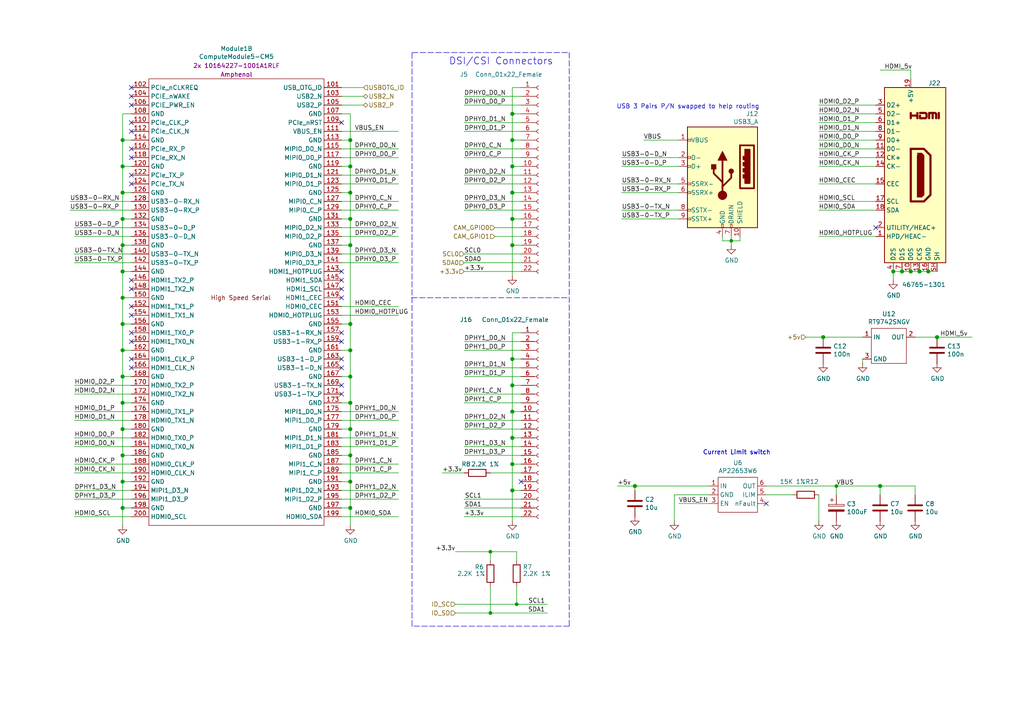
<source format=kicad_sch>
(kicad_sch (version 20250114) (generator "eeschema") (generator_version "9.0")
  (paper "A4")
  (title_block (title "Compute Module 5 IO Board - CM5 - Highspeed") (rev "1") (company "Copyright © 2024 Raspberry Pi Ltd.") (comment 1 "www.raspberrypi.com"))
  (text "USB 3 Pairs P/N swapped to help routing" (at 178.816 31.75 0) (effects (font (size 1.27 1.27)) (justify left bottom)))
  (text "Current Limit switch" (at 223.52 132.08 0) (effects (font (size 1.27 1.27)) (justify right bottom)))
  (text "DSI/CSI Connectors" (at 130.175 19.05 0) (effects (font (size 2.0066 2.0066)) (justify left bottom)))
  (text "Current Limit switch" (at 223.52 132.08 0) (effects (font (size 1.27 1.27)) (justify right bottom)))
  (junction (at 148.59 33.02) (diameter 1.016))
  (junction (at 142.24 160.02))
  (junction (at 35.56 147.32) (diameter 1.016))
  (junction (at 35.56 132.08) (diameter 1.016))
  (junction (at 148.59 119.38) (diameter 1.016))
  (junction (at 101.6 132.08) (diameter 1.016))
  (junction (at 35.56 71.12) (diameter 1.016))
  (junction (at 101.6 55.88) (diameter 1.016))
  (junction (at 255.27 140.97) (diameter 1.016))
  (junction (at 266.7 78.74) (diameter 1.016))
  (junction (at 148.59 142.24) (diameter 1.016))
  (junction (at 148.59 134.62) (diameter 1.016))
  (junction (at 101.6 147.32) (diameter 1.016))
  (junction (at 35.56 40.64) (diameter 1.016))
  (junction (at 148.59 104.14) (diameter 1.016))
  (junction (at 101.6 40.64) (diameter 1.016))
  (junction (at 148.59 55.88) (diameter 1.016))
  (junction (at 35.56 55.88) (diameter 1.016))
  (junction (at 101.6 101.6) (diameter 1.016))
  (junction (at 238.76 97.79) (diameter 1.016))
  (junction (at 101.6 124.46) (diameter 1.016))
  (junction (at 269.24 78.74) (diameter 1.016))
  (junction (at 148.59 48.26) (diameter 1.016))
  (junction (at 149.86 175.26))
  (junction (at 35.56 78.74) (diameter 1.016))
  (junction (at 101.6 116.84) (diameter 1.016))
  (junction (at 148.59 127) (diameter 1.016))
  (junction (at 35.56 48.26) (diameter 1.016))
  (junction (at 101.6 63.5) (diameter 1.016))
  (junction (at 259.08 78.74) (diameter 1.016))
  (junction (at 184.15 140.97) (diameter 1.016))
  (junction (at 142.24 177.8))
  (junction (at 101.6 48.26) (diameter 1.016))
  (junction (at 35.56 139.7) (diameter 1.016))
  (junction (at 101.6 139.7) (diameter 1.016))
  (junction (at 148.59 63.5) (diameter 1.016))
  (junction (at 101.6 93.98) (diameter 1.016))
  (junction (at 35.56 101.6) (diameter 1.016))
  (junction (at 261.62 78.74) (diameter 1.016))
  (junction (at 35.56 116.84) (diameter 1.016))
  (junction (at 35.56 86.36) (diameter 1.016))
  (junction (at 101.6 71.12) (diameter 1.016))
  (junction (at 212.09 69.85))
  (junction (at 101.6 109.22) (diameter 1.016))
  (junction (at 35.56 63.5) (diameter 1.016))
  (junction (at 271.78 97.79) (diameter 1.016))
  (junction (at 264.16 78.74) (diameter 1.016))
  (junction (at 148.59 111.76) (diameter 1.016))
  (junction (at 242.57 140.97))
  (junction (at 35.56 93.98) (diameter 1.016))
  (junction (at 148.59 40.64) (diameter 1.016))
  (junction (at 148.59 71.12) (diameter 1.016))
  (junction (at 35.56 124.46) (diameter 1.016))
  (junction (at 35.56 109.22) (diameter 1.016))
  (no_connect (at 38.1 38.1))
  (no_connect (at 38.1 25.4))
  (no_connect (at 99.06 111.76))
  (no_connect (at 99.06 35.56))
  (no_connect (at 38.1 96.52))
  (no_connect (at 222.25 146.05))
  (no_connect (at 38.1 45.72))
  (no_connect (at 38.1 30.48))
  (no_connect (at 38.1 106.68))
  (no_connect (at 38.1 53.34))
  (no_connect (at 254 66.04))
  (no_connect (at 99.06 83.82))
  (no_connect (at 99.06 86.36))
  (no_connect (at 151.13 139.7))
  (no_connect (at 99.06 99.06))
  (no_connect (at 38.1 81.28))
  (no_connect (at 99.06 104.14))
  (no_connect (at 38.1 50.8))
  (no_connect (at 99.06 78.74))
  (no_connect (at 38.1 43.18))
  (no_connect (at 38.1 104.14))
  (no_connect (at 99.06 114.3))
  (no_connect (at 99.06 96.52))
  (no_connect (at 38.1 91.44))
  (no_connect (at 99.06 106.68))
  (no_connect (at 99.06 81.28))
  (no_connect (at 38.1 99.06))
  (no_connect (at 38.1 83.82))
  (no_connect (at 38.1 88.9))
  (no_connect (at 38.1 35.56))
  (no_connect (at 38.1 27.94))
  (wire (pts (xy 134.62 109.22) (xy 151.13 109.22)))
  (wire (pts (xy 99.06 144.78) (xy 115.57 144.78)))
  (wire (pts (xy 21.59 111.76) (xy 38.1 111.76)))
  (wire (pts (xy 21.59 142.24) (xy 38.1 142.24)))
  (wire (pts (xy 261.62 78.74) (xy 264.16 78.74)))
  (wire (pts (xy 179.07 140.97) (xy 184.15 140.97)))
  (wire (pts (xy 148.59 40.64) (xy 148.59 48.26)))
  (wire (pts (xy 99.06 38.1) (xy 115.57 38.1)))
  (wire (pts (xy 35.56 63.5) (xy 35.56 71.12)))
  (wire (pts (xy 35.56 139.7) (xy 35.56 147.32)))
  (wire (pts (xy 222.25 143.51) (xy 229.87 143.51)))
  (wire (pts (xy 35.56 33.02) (xy 35.56 40.64)))
  (wire (pts (xy 35.56 86.36) (xy 35.56 93.98)))
  (wire (pts (xy 237.49 68.58) (xy 254 68.58)))
  (wire (pts (xy 21.59 119.38) (xy 38.1 119.38)))
  (wire (pts (xy 35.56 71.12) (xy 35.56 78.74)))
  (wire (pts (xy 35.56 101.6) (xy 35.56 109.22)))
  (wire (pts (xy 101.6 48.26) (xy 101.6 40.64)))
  (wire (pts (xy 134.62 132.08) (xy 151.13 132.08)))
  (wire (pts (xy 99.06 30.48) (xy 105.41 30.48)))
  (wire (pts (xy 35.56 86.36) (xy 38.1 86.36)))
  (wire (pts (xy 148.59 104.14) (xy 148.59 111.76)))
  (wire (pts (xy 148.59 63.5) (xy 151.13 63.5)))
  (wire (pts (xy 148.59 33.02) (xy 148.59 40.64)))
  (wire (pts (xy 35.56 109.22) (xy 35.56 116.84)))
  (wire (pts (xy 35.56 48.26) (xy 35.56 55.88)))
  (wire (pts (xy 35.56 132.08) (xy 38.1 132.08)))
  (wire (pts (xy 101.6 71.12) (xy 101.6 63.5)))
  (wire (pts (xy 238.76 97.79) (xy 250.19 97.79)))
  (wire (pts (xy 237.49 53.34) (xy 254 53.34)))
  (wire (pts (xy 99.06 119.38) (xy 115.57 119.38)))
  (wire (pts (xy 266.7 78.74) (xy 269.24 78.74)))
  (polyline (pts (xy 165.1 15.24) (xy 165.1 181.61)) (stroke (width 0) (type dash)))
  (wire (pts (xy 132.08 177.8) (xy 142.24 177.8)))
  (wire (pts (xy 35.56 109.22) (xy 38.1 109.22)))
  (wire (pts (xy 38.1 147.32) (xy 35.56 147.32)))
  (wire (pts (xy 148.59 55.88) (xy 148.59 63.5)))
  (wire (pts (xy 142.24 160.02) (xy 149.86 160.02)))
  (wire (pts (xy 99.06 101.6) (xy 101.6 101.6)))
  (wire (pts (xy 265.43 97.79) (xy 271.78 97.79)))
  (wire (pts (xy 148.59 48.26) (xy 151.13 48.26)))
  (wire (pts (xy 35.56 55.88) (xy 35.56 63.5)))
  (wire (pts (xy 132.08 160.02) (xy 142.24 160.02)))
  (wire (pts (xy 21.59 114.3) (xy 38.1 114.3)))
  (wire (pts (xy 237.49 60.96) (xy 254 60.96)))
  (wire (pts (xy 142.24 170.18) (xy 142.24 177.8)))
  (wire (pts (xy 180.34 63.5) (xy 196.85 63.5)))
  (wire (pts (xy 99.06 40.64) (xy 101.6 40.64)))
  (wire (pts (xy 134.62 99.06) (xy 151.13 99.06)))
  (wire (pts (xy 151.13 73.66) (xy 134.62 73.66)))
  (wire (pts (xy 21.59 73.66) (xy 38.1 73.66)))
  (wire (pts (xy 21.59 127) (xy 38.1 127)))
  (wire (pts (xy 21.59 66.04) (xy 38.1 66.04)))
  (wire (pts (xy 142.24 160.02) (xy 142.24 162.56)))
  (wire (pts (xy 101.6 124.46) (xy 101.6 132.08)))
  (wire (pts (xy 148.59 96.52) (xy 148.59 104.14)))
  (wire (pts (xy 195.58 143.51) (xy 195.58 151.13)))
  (wire (pts (xy 99.06 149.86) (xy 115.57 149.86)))
  (wire (pts (xy 149.86 160.02) (xy 149.86 162.56)))
  (wire (pts (xy 196.85 146.05) (xy 205.74 146.05)))
  (wire (pts (xy 237.49 43.18) (xy 254 43.18)))
  (wire (pts (xy 101.6 116.84) (xy 101.6 124.46)))
  (wire (pts (xy 134.62 114.3) (xy 151.13 114.3)))
  (wire (pts (xy 21.59 129.54) (xy 38.1 129.54)))
  (wire (pts (xy 21.59 76.2) (xy 38.1 76.2)))
  (wire (pts (xy 101.6 147.32) (xy 101.6 152.4)))
  (wire (pts (xy 99.06 50.8) (xy 115.57 50.8)))
  (wire (pts (xy 255.27 143.51) (xy 255.27 140.97)))
  (wire (pts (xy 99.06 76.2) (xy 115.57 76.2)))
  (wire (pts (xy 271.78 97.79) (xy 281.94 97.79)))
  (wire (pts (xy 99.06 132.08) (xy 101.6 132.08)))
  (wire (pts (xy 259.08 78.74) (xy 259.08 81.28)))
  (wire (pts (xy 148.59 119.38) (xy 148.59 127)))
  (wire (pts (xy 237.49 40.64) (xy 254 40.64)))
  (wire (pts (xy 99.06 88.9) (xy 115.57 88.9)))
  (wire (pts (xy 237.49 143.51) (xy 237.49 151.13)))
  (wire (pts (xy 250.19 104.14) (xy 250.19 105.41)))
  (wire (pts (xy 205.74 143.51) (xy 195.58 143.51)))
  (wire (pts (xy 180.34 45.72) (xy 196.85 45.72)))
  (wire (pts (xy 142.24 137.16) (xy 151.13 137.16)))
  (wire (pts (xy 35.56 63.5) (xy 38.1 63.5)))
  (wire (pts (xy 180.34 55.88) (xy 196.85 55.88)))
  (wire (pts (xy 143.51 68.58) (xy 151.13 68.58)))
  (wire (pts (xy 148.59 134.62) (xy 151.13 134.62)))
  (wire (pts (xy 99.06 48.26) (xy 101.6 48.26)))
  (wire (pts (xy 134.62 58.42) (xy 151.13 58.42)))
  (wire (pts (xy 134.62 35.56) (xy 151.13 35.56)))
  (wire (pts (xy 151.13 147.32) (xy 134.62 147.32)))
  (wire (pts (xy 134.62 106.68) (xy 151.13 106.68)))
  (wire (pts (xy 101.6 93.98) (xy 101.6 101.6)))
  (wire (pts (xy 209.55 68.58) (xy 209.55 69.85)))
  (wire (pts (xy 134.62 53.34) (xy 151.13 53.34)))
  (wire (pts (xy 134.62 38.1) (xy 151.13 38.1)))
  (wire (pts (xy 35.56 116.84) (xy 35.56 124.46)))
  (wire (pts (xy 35.56 40.64) (xy 38.1 40.64)))
  (polyline (pts (xy 119.38 86.36) (xy 165.1 86.36)) (stroke (width 0) (type dash)))
  (wire (pts (xy 38.1 139.7) (xy 35.56 139.7)))
  (wire (pts (xy 180.34 53.34) (xy 196.85 53.34)))
  (wire (pts (xy 151.13 149.86) (xy 134.62 149.86)))
  (wire (pts (xy 99.06 73.66) (xy 115.57 73.66)))
  (wire (pts (xy 148.59 111.76) (xy 148.59 119.38)))
  (wire (pts (xy 222.25 140.97) (xy 242.57 140.97)))
  (wire (pts (xy 99.06 45.72) (xy 115.57 45.72)))
  (wire (pts (xy 242.57 140.97) (xy 255.27 140.97)))
  (wire (pts (xy 21.59 134.62) (xy 38.1 134.62)))
  (wire (pts (xy 184.15 140.97) (xy 205.74 140.97)))
  (wire (pts (xy 134.62 129.54) (xy 151.13 129.54)))
  (wire (pts (xy 237.49 38.1) (xy 254 38.1)))
  (wire (pts (xy 148.59 127) (xy 151.13 127)))
  (wire (pts (xy 148.59 25.4) (xy 148.59 33.02)))
  (wire (pts (xy 264.16 78.74) (xy 266.7 78.74)))
  (wire (pts (xy 212.09 69.85) (xy 214.63 69.85)))
  (wire (pts (xy 35.56 124.46) (xy 38.1 124.46)))
  (wire (pts (xy 142.24 177.8) (xy 158.75 177.8)))
  (wire (pts (xy 233.68 97.79) (xy 238.76 97.79)))
  (wire (pts (xy 99.06 68.58) (xy 115.57 68.58)))
  (wire (pts (xy 99.06 55.88) (xy 101.6 55.88)))
  (wire (pts (xy 148.59 71.12) (xy 151.13 71.12)))
  (wire (pts (xy 148.59 142.24) (xy 148.59 151.13)))
  (wire (pts (xy 99.06 58.42) (xy 115.57 58.42)))
  (wire (pts (xy 148.59 119.38) (xy 151.13 119.38)))
  (wire (pts (xy 99.06 116.84) (xy 101.6 116.84)))
  (wire (pts (xy 99.06 93.98) (xy 101.6 93.98)))
  (wire (pts (xy 148.59 71.12) (xy 148.59 80.01)))
  (wire (pts (xy 101.6 139.7) (xy 101.6 147.32)))
  (wire (pts (xy 101.6 55.88) (xy 101.6 48.26)))
  (wire (pts (xy 214.63 69.85) (xy 214.63 68.58)))
  (wire (pts (xy 148.59 134.62) (xy 148.59 142.24)))
  (wire (pts (xy 134.62 60.96) (xy 151.13 60.96)))
  (wire (pts (xy 99.06 134.62) (xy 115.57 134.62)))
  (wire (pts (xy 99.06 91.44) (xy 115.57 91.44)))
  (wire (pts (xy 134.62 121.92) (xy 151.13 121.92)))
  (wire (pts (xy 151.13 78.74) (xy 134.62 78.74)))
  (wire (pts (xy 99.06 66.04) (xy 115.57 66.04)))
  (wire (pts (xy 237.49 30.48) (xy 254 30.48)))
  (wire (pts (xy 134.62 27.94) (xy 151.13 27.94)))
  (wire (pts (xy 151.13 96.52) (xy 148.59 96.52)))
  (wire (pts (xy 101.6 109.22) (xy 101.6 116.84)))
  (wire (pts (xy 99.06 43.18) (xy 115.57 43.18)))
  (wire (pts (xy 35.56 93.98) (xy 38.1 93.98)))
  (wire (pts (xy 35.56 116.84) (xy 38.1 116.84)))
  (wire (pts (xy 134.62 50.8) (xy 151.13 50.8)))
  (wire (pts (xy 99.06 63.5) (xy 101.6 63.5)))
  (wire (pts (xy 38.1 33.02) (xy 35.56 33.02)))
  (polyline (pts (xy 119.507 15.24) (xy 165.1 15.24)) (stroke (width 0) (type dash)))
  (wire (pts (xy 21.59 144.78) (xy 38.1 144.78)))
  (wire (pts (xy 99.06 142.24) (xy 115.57 142.24)))
  (wire (pts (xy 151.13 144.78) (xy 134.62 144.78)))
  (wire (pts (xy 148.59 40.64) (xy 151.13 40.64)))
  (wire (pts (xy 264.16 20.32) (xy 264.16 22.86)))
  (wire (pts (xy 255.27 140.97) (xy 265.43 140.97)))
  (wire (pts (xy 35.56 71.12) (xy 38.1 71.12)))
  (wire (pts (xy 35.56 124.46) (xy 35.56 132.08)))
  (wire (pts (xy 99.06 60.96) (xy 115.57 60.96)))
  (wire (pts (xy 99.06 127) (xy 115.57 127)))
  (wire (pts (xy 180.34 48.26) (xy 196.85 48.26)))
  (wire (pts (xy 242.57 140.97) (xy 242.57 143.51)))
  (wire (pts (xy 149.86 175.26) (xy 158.75 175.26)))
  (wire (pts (xy 35.56 101.6) (xy 38.1 101.6)))
  (wire (pts (xy 148.59 33.02) (xy 151.13 33.02)))
  (wire (pts (xy 20.32 60.96) (xy 38.1 60.96)))
  (wire (pts (xy 269.24 78.74) (xy 271.78 78.74)))
  (wire (pts (xy 209.55 69.85) (xy 212.09 69.85)))
  (wire (pts (xy 180.34 60.96) (xy 196.85 60.96)))
  (wire (pts (xy 99.06 124.46) (xy 101.6 124.46)))
  (wire (pts (xy 148.59 104.14) (xy 151.13 104.14)))
  (wire (pts (xy 35.56 55.88) (xy 38.1 55.88)))
  (wire (pts (xy 132.08 175.26) (xy 149.86 175.26)))
  (wire (pts (xy 21.59 149.86) (xy 38.1 149.86)))
  (wire (pts (xy 134.62 30.48) (xy 151.13 30.48)))
  (wire (pts (xy 99.06 109.22) (xy 101.6 109.22)))
  (wire (pts (xy 151.13 25.4) (xy 148.59 25.4)))
  (wire (pts (xy 149.86 170.18) (xy 149.86 175.26)))
  (wire (pts (xy 237.49 45.72) (xy 254 45.72)))
  (wire (pts (xy 143.51 66.04) (xy 151.13 66.04)))
  (wire (pts (xy 99.06 53.34) (xy 115.57 53.34)))
  (wire (pts (xy 259.08 78.74) (xy 261.62 78.74)))
  (wire (pts (xy 255.27 20.32) (xy 264.16 20.32)))
  (wire (pts (xy 35.56 132.08) (xy 35.56 139.7)))
  (wire (pts (xy 134.62 101.6) (xy 151.13 101.6)))
  (wire (pts (xy 99.06 129.54) (xy 115.57 129.54)))
  (wire (pts (xy 99.06 27.94) (xy 105.41 27.94)))
  (wire (pts (xy 20.32 58.42) (xy 38.1 58.42)))
  (wire (pts (xy 101.6 40.64) (xy 101.6 33.02)))
  (wire (pts (xy 128.27 137.16) (xy 134.62 137.16)))
  (wire (pts (xy 148.59 48.26) (xy 148.59 55.88)))
  (wire (pts (xy 101.6 63.5) (xy 101.6 55.88)))
  (wire (pts (xy 212.09 69.85) (xy 212.09 71.12)))
  (wire (pts (xy 151.13 76.2) (xy 134.62 76.2)))
  (wire (pts (xy 237.49 58.42) (xy 254 58.42)))
  (wire (pts (xy 212.09 68.58) (xy 212.09 69.85)))
  (wire (pts (xy 35.56 78.74) (xy 38.1 78.74)))
  (wire (pts (xy 101.6 132.08) (xy 101.6 139.7)))
  (wire (pts (xy 35.56 48.26) (xy 38.1 48.26)))
  (wire (pts (xy 99.06 121.92) (xy 115.57 121.92)))
  (wire (pts (xy 101.6 71.12) (xy 101.6 93.98)))
  (wire (pts (xy 134.62 43.18) (xy 151.13 43.18)))
  (wire (pts (xy 35.56 93.98) (xy 35.56 101.6)))
  (wire (pts (xy 148.59 142.24) (xy 151.13 142.24)))
  (wire (pts (xy 99.06 71.12) (xy 101.6 71.12)))
  (polyline (pts (xy 119.507 181.61) (xy 119.507 15.24)) (stroke (width 0) (type dash)))
  (wire (pts (xy 21.59 68.58) (xy 38.1 68.58)))
  (wire (pts (xy 184.15 142.24) (xy 184.15 140.97)))
  (wire (pts (xy 186.69 40.64) (xy 196.85 40.64)))
  (wire (pts (xy 101.6 33.02) (xy 99.06 33.02)))
  (wire (pts (xy 148.59 63.5) (xy 148.59 71.12)))
  (wire (pts (xy 101.6 101.6) (xy 101.6 109.22)))
  (wire (pts (xy 21.59 121.92) (xy 38.1 121.92)))
  (wire (pts (xy 35.56 78.74) (xy 35.56 86.36)))
  (wire (pts (xy 35.56 147.32) (xy 35.56 152.4)))
  (wire (pts (xy 148.59 127) (xy 148.59 134.62)))
  (wire (pts (xy 99.06 147.32) (xy 101.6 147.32)))
  (wire (pts (xy 134.62 116.84) (xy 151.13 116.84)))
  (wire (pts (xy 265.43 140.97) (xy 265.43 143.51)))
  (wire (pts (xy 35.56 40.64) (xy 35.56 48.26)))
  (wire (pts (xy 148.59 55.88) (xy 151.13 55.88)))
  (wire (pts (xy 99.06 139.7) (xy 101.6 139.7)))
  (wire (pts (xy 237.49 33.02) (xy 254 33.02)))
  (wire (pts (xy 148.59 111.76) (xy 151.13 111.76)))
  (wire (pts (xy 21.59 137.16) (xy 38.1 137.16)))
  (wire (pts (xy 237.49 35.56) (xy 254 35.56)))
  (polyline (pts (xy 165.1 181.61) (xy 119.38 181.61)) (stroke (width 0) (type dash)))
  (wire (pts (xy 237.49 48.26) (xy 254 48.26)))
  (wire (pts (xy 134.62 124.46) (xy 151.13 124.46)))
  (wire (pts (xy 99.06 137.16) (xy 115.57 137.16)))
  (wire (pts (xy 134.62 45.72) (xy 151.13 45.72)))
  (wire (pts (xy 105.41 25.4) (xy 99.06 25.4)))
  (label "HDMI0_D1_N" (at 21.59 121.92 0))
  (label "DPHY1_D3_P" (at 21.59 144.78 0))
  (label "DPHY0_D1_P" (at 114.935 53.34 180))
  (label "USB3-0-TX_N" (at 180.34 60.96 0))
  (label "DPHY0_D2_N" (at 134.62 50.8 0))
  (label "HDMI0_CK_N" (at 237.49 48.26 0))
  (label "VBUS_EN" (at 102.87 38.1 0))
  (label "HDMI0_D2_N" (at 237.49 33.02 0))
  (label "HDMI0_D1_N" (at 237.49 38.1 0))
  (label "SDA0" (at 134.62 76.2 0))
  (label "DPHY0_D0_P" (at 114.935 45.72 180))
  (label "+3.3v" (at 132.08 160.02 180))
  (label "DPHY1_D1_P" (at 134.62 109.22 0))
  (label "HDMI0_D0_P" (at 237.49 40.64 0))
  (label "DPHY1_C_N" (at 102.87 134.62 0))
  (label "DPHY1_C_N" (at 134.62 114.3 0))
  (label "USB3-0-RX_P" (at 180.34 55.88 0))
  (label "DPHY0_D0_N" (at 134.62 27.94 0))
  (label "DPHY1_D3_N" (at 134.62 129.54 0))
  (label "USB3-0-D_N" (at 21.59 68.58 0))
  (label "SCL0" (at 134.62 73.66 0))
  (label "HDMI0_D2_P" (at 21.59 111.76 0))
  (label "USB3-0-RX_N" (at 180.34 53.34 0))
  (label "DPHY1_D2_N" (at 102.87 142.24 0))
  (label "+3.3v" (at 134.62 78.74 0))
  (label "USB3-0-D_P" (at 180.34 48.26 0))
  (label "SCL1" (at 139.7 144.78 180))
  (label "USB3-0-TX_N" (at 21.59 73.66 0))
  (label "VBUS_EN" (at 196.85 146.05 0))
  (label "+5v" (at 179.07 140.97 0))
  (label "HDMI0_CK_P" (at 21.59 134.62 0))
  (label "USB3-0-TX_P" (at 21.59 76.2 0))
  (label "DPHY0_D3_P" (at 114.935 76.2 180))
  (label "DPHY1_D2_P" (at 134.62 124.46 0))
  (label "DPHY1_D0_P" (at 134.62 101.6 0))
  (label "USB3-0-RX_N" (at 20.32 58.42 0))
  (label "DPHY0_D0_P" (at 134.62 30.48 0))
  (label "DPHY0_C_P" (at 102.87 60.96 0))
  (label "DPHY1_C_P" (at 102.87 137.16 0))
  (label "HDMI0_CK_N" (at 21.59 137.16 0))
  (label "HDMI0_CEC" (at 102.87 88.9 0))
  (label "HDMI0_D2_N" (at 21.59 114.3 0))
  (label "HDMI0_D0_N" (at 237.49 43.18 0))
  (label "DPHY1_D3_P" (at 134.62 132.08 0))
  (label "HDMI0_HOTPLUG" (at 237.49 68.58 0))
  (label "DPHY1_D1_N" (at 114.935 127 180))
  (label "DPHY1_D0_N" (at 134.62 99.06 0))
  (label "DPHY0_D2_N" (at 102.87 66.04 0))
  (label "HDMI0_D1_P" (at 21.59 119.38 0))
  (label "DPHY0_D3_N" (at 114.935 73.66 180))
  (label "HDMI0_D0_P" (at 21.59 127 0))
  (label "DPHY0_C_N" (at 134.62 43.18 0))
  (label "DPHY1_D2_N" (at 134.62 121.92 0))
  (label "DPHY0_D2_P" (at 102.87 68.58 0))
  (label "DPHY0_D2_P" (at 134.62 53.34 0))
  (label "HDMI0_D2_P" (at 237.49 30.48 0))
  (label "DPHY0_D1_N" (at 114.935 50.8 180))
  (label "DPHY0_D3_P" (at 134.62 60.96 0))
  (label "DPHY0_D1_N" (at 134.62 35.56 0))
  (label "HDMI_5v" (at 280.67 97.79 180))
  (label "DPHY0_D3_N" (at 134.62 58.42 0))
  (label "VBUS" (at 242.57 140.97 0))
  (label "USB3-0-D_P" (at 21.59 66.04 0))
  (label "VBUS" (at 186.69 40.64 0))
  (label "HDMI0_SCL" (at 21.59 149.86 0))
  (label "DPHY1_D0_N" (at 114.935 119.38 180))
  (label "DPHY1_D0_P" (at 114.935 121.92 180))
  (label "DPHY0_D1_P" (at 134.62 38.1 0))
  (label "HDMI0_CK_P" (at 237.49 45.72 0))
  (label "DPHY1_D1_N" (at 134.62 106.68 0))
  (label "SDA1" (at 139.7 147.32 180))
  (label "DPHY1_D2_P" (at 102.87 144.78 0))
  (label "USB3-0-RX_P" (at 20.32 60.96 0))
  (label "DPHY1_D1_P" (at 114.935 129.54 180))
  (label "HDMI0_HOTPLUG" (at 102.87 91.44 0))
  (label "HDMI0_CEC" (at 237.49 53.34 0))
  (label "DPHY0_D0_N" (at 114.935 43.18 180))
  (label "HDMI0_SDA" (at 237.49 60.96 0))
  (label "DPHY0_C_P" (at 134.62 45.72 0))
  (label "HDMI0_D1_P" (at 237.49 35.56 0))
  (label "+3.3v" (at 134.62 149.86 0))
  (label "USB3-0-D_N" (at 180.34 45.72 0))
  (label "SCL1" (at 158.115 175.26 180))
  (label "SDA1" (at 158.115 177.8 180))
  (label "HDMI0_SCL" (at 237.49 58.42 0))
  (label "HDMI0_D0_N" (at 21.59 129.54 0))
  (label "HDMI0_SDA" (at 102.87 149.86 0))
  (label "DPHY1_C_P" (at 134.62 116.84 0))
  (label "HDMI_5v" (at 256.54 20.32 0))
  (label "+3.3v" (at 128.27 137.16 0))
  (label "DPHY0_C_N" (at 102.87 58.42 0))
  (label "DPHY1_D3_N" (at 21.59 142.24 0))
  (label "USB3-0-TX_P" (at 180.34 63.5 0))
  (hierarchical_label "USBOTG_ID" (shape input) (at 105.41 25.4 0))
  (hierarchical_label "CAM_GPIO0" (shape input) (at 143.51 66.04 180))
  (hierarchical_label "+5v" (shape input) (at 233.68 97.79 180))
  (hierarchical_label "SCL0" (shape input) (at 134.62 73.66 180))
  (hierarchical_label "ID_SC" (shape input) (at 132.08 175.26 180))
  (hierarchical_label "+3.3v" (shape input) (at 134.62 78.74 180))
  (hierarchical_label "USB2_P" (shape bidirectional) (at 105.41 30.48 0))
  (hierarchical_label "USB2_N" (shape bidirectional) (at 105.41 27.94 0))
  (hierarchical_label "ID_SD" (shape input) (at 132.08 177.8 180))
  (hierarchical_label "CAM_GPIO1" (shape input) (at 143.51 68.58 180))
  (hierarchical_label "SDA0" (shape input) (at 134.62 76.2 180))
  (symbol (lib_id "power:GND") (at 259.08 81.28 0) (unit 1)
    (property "Reference" "#PWR0128" (effects (hide yes)))
    (property "Value" "GND" (at 259.207 85.6742 0))
    (property "Description" "Power symbol creates a global label with name \"GND\" , ground" (effects (hide yes)))
  )
  (symbol (lib_id "power:GND") (at 101.6 152.4 0) (unit 1)
    (property "Reference" "#PWR0130" (effects (hide yes)))
    (property "Value" "GND" (at 101.727 156.7942 0))
    (property "Description" "Power symbol creates a global label with name \"GND\" , ground" (effects (hide yes)))
  )
  (symbol (lib_id "power:GND") (at 35.56 152.4 0) (unit 1)
    (property "Reference" "#PWR0131" (effects (hide yes)))
    (property "Value" "GND" (at 35.687 156.7942 0))
    (property "Description" "Power symbol creates a global label with name \"GND\" , ground" (effects (hide yes)))
  )
  (symbol (lib_id "power:GND") (at 148.59 80.01 0) (unit 1)
    (property "Reference" "#PWR0134" (effects (hide yes)))
    (property "Value" "GND" (at 148.717 84.4042 0))
    (property "Description" "Power symbol creates a global label with name \"GND\" , ground" (effects (hide yes)))
  )
  (symbol (lib_id "power:GND") (at 148.59 151.13 0) (unit 1)
    (property "Reference" "#PWR0135" (effects (hide yes)))
    (property "Value" "GND" (at 148.717 155.5242 0))
    (property "Description" "Power symbol creates a global label with name \"GND\" , ground" (effects (hide yes)))
  )
  (symbol (lib_id "Device:R") (at 142.24 166.37 0) (unit 1)
    (property "Reference" "R6" (at 137.668 164.465 0) (effects (justify left)))
    (property "Value" "2.2K 1%" (at 132.588 166.37 0) (effects (justify left)))
    (property "Footprint" "Resistor_SMD:R_0402_1005Metric" (effects (hide yes)))
    (property "Datasheet" "https://fscdn.rohm.com/en/products/databook/datasheet/passive/resistor/chip_resistor/mcr-e.pdf" (effects (hide yes)))
    (property "Field4" "Farnell" (effects (hide yes)))
    (property "Part Description" "Resistor 2.2K M1005 1% 63mW" (effects (hide yes)))
  )
  (symbol (lib_id "Device:R") (at 149.86 166.37 0) (unit 1)
    (property "Reference" "R7" (at 151.638 164.465 0) (effects (justify left)))
    (property "Value" "2.2K 1%" (at 151.638 166.37 0) (effects (justify left)))
    (property "Footprint" "Resistor_SMD:R_0402_1005Metric" (effects (hide yes)))
    (property "Datasheet" "https://fscdn.rohm.com/en/products/databook/datasheet/passive/resistor/chip_resistor/mcr-e.pdf" (effects (hide yes)))
    (property "Field4" "Farnell" (effects (hide yes)))
    (property "Part Description" "Resistor 2.2K M1005 1% 63mW" (effects (hide yes)))
  )
  (symbol (lib_id "Connector:Conn_01x22_Socket") (at 156.21 50.8 0) (unit 1)
    (property "Reference" "J5" (at 133.35 21.59 0) (effects (justify left)))
    (property "Value" "Conn_01x22_Female" (at 137.795 21.59 0) (effects (justify left)))
    (property "Footprint" "CM5IO:Hirose_FH12-22S-0.5SH_1x22-1MP_P0.50mm_Horizontal" (effects (hide yes)))
    (property "Datasheet" "https://www.hirose.com/product/document?clcode=&productname=&series=FH12&documenttype=Catalog&lang=en&documentid=D31648_en" (effects (hide yes)))
    (property "Field4" "Mouser" (effects (hide yes)))
    (property "Field5" "798-FH12-22S-0.5SH55" (effects (hide yes)))
    (property "Field6" "FH12-22S-0.5SH55" (effects (hide yes)))
    (property "Field7" "Hirose" (effects (hide yes)))
    (property "Part Description" "22 Position FFC, FPC Connector Contacts, Bottom 0.020\" (0.50mm) Surface Mount, Right Angle" (effects (hide yes)))
  )
  (symbol (lib_id "Connector:Conn_01x22_Socket") (at 156.21 121.92 0) (unit 1)
    (property "Reference" "J16" (at 133.35 92.71 0) (effects (justify left)))
    (property "Value" "Conn_01x22_Female" (at 139.7 92.71 0) (effects (justify left)))
    (property "Footprint" "CM5IO:Hirose_FH12-22S-0.5SH_1x22-1MP_P0.50mm_Horizontal" (effects (hide yes)))
    (property "Datasheet" "https://www.hirose.com/product/document?clcode=&productname=&series=FH12&documenttype=Catalog&lang=en&documentid=D31648_en" (effects (hide yes)))
    (property "Field4" "Mouser" (effects (hide yes)))
    (property "Field5" "798-FH12-22S-0.5SH55" (effects (hide yes)))
    (property "Field6" "FH12-22S-0.5SH55" (effects (hide yes)))
    (property "Field7" "Hirose" (effects (hide yes)))
    (property "Part Description" "22 Position FFC, FPC Connector Contacts, Bottom 0.020\" (0.50mm) Surface Mount, Right Angle" (effects (hide yes)))
  )
  (symbol (lib_id "Connector:HDMI_D_1.4") (at 264.16 50.8 0) (unit 1)
    (property "Reference" "J22" (at 269.24 24.13 0) (effects (justify left)))
    (property "Value" "46765-1301" (at 261.62 82.55 0) (effects (justify left)))
    (property "Footprint" "CM5IO:CONN_467651301_MOL" (effects (hide yes)))
    (property "Datasheet" "https://www.farnell.com/datasheets/2079986.pdf" (effects (hide yes)))
    (property "Description" "HDMI 1.4+ type D connector" (effects (hide yes)))
    (property "Field4" "Farnell" (effects (hide yes)))
    (property "Field5" "2614867" (effects (hide yes)))
    (property "Field6" "46765-1301" (effects (hide yes)))
    (property "Field7" "MOLEX" (effects (hide yes)))
    (property "Part Description" "0.40mm Pitch Micro HDMI Connector, Right-Angle Receptacle, Surface Mount, with Through Hole Shell Tabs and Pick-and-Place Polyimide Tape, 19 Circuits, Lead-Free " (effects (hide yes)))
  )
  (symbol (lib_id "Device:C") (at 271.78 101.6 0) (unit 1)
    (property "Reference" "C13" (at 274.701 100.4316 0) (effects (justify left)))
    (property "Value" "100n" (at 274.701 102.743 0) (effects (justify left)))
    (property "Footprint" "Capacitor_SMD:C_0402_1005Metric" (effects (hide yes)))
    (property "Datasheet" "https://search.murata.co.jp/Ceramy/image/img/A01X/G101/ENG/GRM155R71C104KA88-01.pdf" (effects (hide yes)))
    (property "Field4" "Farnell" (effects (hide yes)))
    (property "Field5" "2611911" (effects (hide yes)))
    (property "Field6" "RM EMK105 B7104KV-F" (effects (hide yes)))
    (property "Field7" "TAIYO YUDEN EUROPE GMBH" (effects (hide yes)))
    (property "Part Description" "	0.1uF 10% 16V Ceramic Capacitor X7R 0402 (1005 Metric)" (effects (hide yes)))
    (property "Field8" "110091611" (effects (hide yes)))
  )
  (symbol (lib_id "Device:C") (at 238.76 101.6 0) (unit 1)
    (property "Reference" "C12" (at 241.681 100.4316 0) (effects (justify left)))
    (property "Value" "100n" (at 241.681 102.743 0) (effects (justify left)))
    (property "Footprint" "Capacitor_SMD:C_0402_1005Metric" (effects (hide yes)))
    (property "Datasheet" "https://search.murata.co.jp/Ceramy/image/img/A01X/G101/ENG/GRM155R71C104KA88-01.pdf" (effects (hide yes)))
    (property "Field4" "Farnell" (effects (hide yes)))
    (property "Field5" "2611911" (effects (hide yes)))
    (property "Field6" "RM EMK105 B7104KV-F" (effects (hide yes)))
    (property "Field7" "TAIYO YUDEN EUROPE GMBH" (effects (hide yes)))
    (property "Part Description" "	0.1uF 10% 16V Ceramic Capacitor X7R 0402 (1005 Metric)" (effects (hide yes)))
    (property "Field8" "110091611" (effects (hide yes)))
  )
  (symbol (lib_id "CM5IO:RT9742SNGV") (at 255.27 101.6 0) (unit 1)
    (property "Reference" "U12" (at 257.81 91.059 0))
    (property "Value" "RT9742SNGV" (at 257.81 93.3704 0))
    (property "Footprint" "Package_TO_SOT_SMD:TSOT-23_HandSoldering" (effects (hide yes)))
    (property "Datasheet" "https://www.richtek.com/assets/product_file/RT9742/DS9742-10.pdf" (effects (hide yes)))
    (property "Field4" "Farnell" (effects (hide yes)))
    (property "Field5" "2575555" (effects (hide yes)))
    (property "Field6" "RT9742SNGV" (effects (hide yes)))
    (property "Field7" "RichTek" (effects (hide yes)))
    (property "Part Description" "Power Switch/Driver 1:1 N-Channel 500mA SOT-23-3" (effects (hide yes)))
    (property "Field8" "USWI00155" (effects (hide yes)))
  )
  (symbol (lib_id "power:GND") (at 271.78 105.41 0) (unit 1)
    (property "Reference" "#PWR0136" (effects (hide yes)))
    (property "Value" "GND" (at 271.907 109.8042 0))
    (property "Description" "Power symbol creates a global label with name \"GND\" , ground" (effects (hide yes)))
  )
  (symbol (lib_id "power:GND") (at 238.76 105.41 0) (unit 1)
    (property "Reference" "#PWR0137" (effects (hide yes)))
    (property "Value" "GND" (at 238.887 109.8042 0))
    (property "Description" "Power symbol creates a global label with name \"GND\" , ground" (effects (hide yes)))
  )
  (symbol (lib_id "power:GND") (at 250.19 105.41 0) (unit 1)
    (property "Reference" "#PWR0138" (effects (hide yes)))
    (property "Value" "GND" (at 250.317 109.8042 0))
    (property "Description" "Power symbol creates a global label with name \"GND\" , ground" (effects (hide yes)))
  )
  (symbol (lib_id "CM5IO:ComputeModule5-CM5") (at -71.12 86.36 0) (unit 2)
    (property "Reference" "Module1" (at 68.58 14.097 0))
    (property "Value" "ComputeModule5-CM5" (at 68.58 16.4084 0))
    (property "Footprint" "CM5IO:Raspberry-Pi-5-Compute-Module" (effects (hide yes)))
    (property "Description" "RaspberryPi Compute module 5" (effects (hide yes)))
    (property "Field4" "Amphenol" (at 68.58 21.59 0))
    (property "Field5" "2x 10164227-1001A1RLF" (at 68.58 19.05 0))
    (property "Field6" "2x 10164227-1001A1RLF" (effects (hide yes)))
    (property "Field7" "Hirose" (effects (hide yes)))
    (property "Part Description" "	100 Position Connector Receptacle, Center Strip Contacts Surface Mount Gold" (effects (hide yes)))
  )
  (symbol (lib_id "power:GND") (at 184.15 149.86 0) (unit 1)
    (property "Reference" "#PWR01" (effects (hide yes)))
    (property "Value" "GND" (at 184.277 154.2542 0))
    (property "Description" "Power symbol creates a global label with name \"GND\" , ground" (effects (hide yes)))
  )
  (symbol (lib_id "Device:C") (at 255.27 147.32 0) (unit 1)
    (property "Reference" "C7" (at 258.191 146.1516 0) (effects (justify left)))
    (property "Value" "10u" (at 258.191 148.463 0) (effects (justify left)))
    (property "Footprint" "Capacitor_SMD:C_0805_2012Metric" (effects (hide yes)))
    (property "Datasheet" "https://search.murata.co.jp/Ceramy/image/img/A01X/G101/ENG/GRM21BR71A106KA73-01.pdf" (effects (hide yes)))
    (property "Field5" "490-14381-1-ND" (effects (hide yes)))
    (property "Field4" "Digikey" (effects (hide yes)))
    (property "Field6" "GRM21BR71A106KA73L" (effects (hide yes)))
    (property "Field7" "Murata" (effects (hide yes)))
    (property "Part Description" "	10uF 10% 10V Ceramic Capacitor X7R 0805 (2012 Metric)" (effects (hide yes)))
    (property "Field8" "111893011" (effects (hide yes)))
  )
  (symbol (lib_id "Device:R") (at 138.43 137.16 90) (unit 1)
    (property "Reference" "R8" (at 136.525 134.62 90) (effects (justify left)))
    (property "Value" "2.2K 1%" (at 144.78 134.62 90) (effects (justify left)))
    (property "Footprint" "Resistor_SMD:R_0402_1005Metric" (effects (hide yes)))
    (property "Datasheet" "https://fscdn.rohm.com/en/products/databook/datasheet/passive/resistor/chip_resistor/mcr-e.pdf" (effects (hide yes)))
    (property "Field4" "Farnell" (effects (hide yes)))
    (property "Part Description" "Resistor 2.2K M1005 1% 63mW" (effects (hide yes)))
  )
  (symbol (lib_id "Device:C_Polarized") (at 242.57 147.32 0) (unit 1)
    (property "Reference" "C3" (at 245.5672 146.177 0) (effects (justify left)))
    (property "Value" "100uF" (at 245.5672 148.463 0) (effects (justify left)))
    (property "Footprint" "Capacitor_Tantalum_SMD:CP_EIA-7343-31_Kemet-D" (effects (hide yes)))
    (property "Field4" "Mouser" (effects (hide yes)))
    (property "Field5" "667-EEF-CX0J101R" (effects (hide yes)))
    (property "Part Description" "Capacitor, SP-Cap, 100u, 6.3V, 15mR ESR" (effects (hide yes)))
    (property "Field7" "Panasonic" (effects (hide yes)))
  )
  (symbol (lib_id "power:GND") (at 242.57 151.13 0) (unit 1)
    (property "Reference" "#PWR010" (effects (hide yes)))
    (property "Value" "GND" (at 242.697 155.5242 0))
    (property "Description" "Power symbol creates a global label with name \"GND\" , ground" (effects (hide yes)))
  )
  (symbol (lib_id "Device:R") (at 233.68 143.51 90) (unit 1)
    (property "Reference" "R12" (at 237.49 139.7 90) (effects (justify left)))
    (property "Value" "15K 1%" (at 233.68 139.7 90) (effects (justify left)))
    (property "Footprint" "Resistor_SMD:R_0402_1005Metric" (effects (hide yes)))
    (property "Datasheet" "https://fscdn.rohm.com/en/products/databook/datasheet/passive/resistor/chip_resistor/mcr-e.pdf" (effects (hide yes)))
    (property "Field4" "Farnell" (effects (hide yes)))
    (property "Field5" "9239375" (effects (hide yes)))
    (property "Field6" "MCR01MZPF1502" (effects (hide yes)))
    (property "Field7" "Rohm" (effects (hide yes)))
    (property "Part Description" "Resistor 15K M1005 1% 63mW" (effects (hide yes)))
    (property "Field8" "120891581" (effects (hide yes)))
  )
  (symbol (lib_id "power:GND") (at 265.43 151.13 0) (unit 1)
    (property "Reference" "#PWR012" (effects (hide yes)))
    (property "Value" "GND" (at 265.557 155.5242 0))
    (property "Description" "Power symbol creates a global label with name \"GND\" , ground" (effects (hide yes)))
  )
  (symbol (lib_id "power:GND") (at 237.49 151.13 0) (unit 1)
    (property "Reference" "#PWR09" (effects (hide yes)))
    (property "Value" "GND" (at 237.617 155.5242 0))
    (property "Description" "Power symbol creates a global label with name \"GND\" , ground" (effects (hide yes)))
  )
  (symbol (lib_id "Device:C") (at 265.43 147.32 0) (unit 1)
    (property "Reference" "C8" (at 268.351 146.1516 0) (effects (justify left)))
    (property "Value" "10u" (at 268.351 148.463 0) (effects (justify left)))
    (property "Footprint" "Capacitor_SMD:C_0805_2012Metric" (effects (hide yes)))
    (property "Datasheet" "https://search.murata.co.jp/Ceramy/image/img/A01X/G101/ENG/GRM21BR71A106KA73-01.pdf" (effects (hide yes)))
    (property "Field5" "490-14381-1-ND" (effects (hide yes)))
    (property "Field4" "Digikey" (effects (hide yes)))
    (property "Field6" "GRM21BR71A106KA73L" (effects (hide yes)))
    (property "Field7" "Murata" (effects (hide yes)))
    (property "Part Description" "	10uF 10% 10V Ceramic Capacitor X7R 0805 (2012 Metric)" (effects (hide yes)))
    (property "Field8" "111893011" (effects (hide yes)))
  )
  (symbol (lib_id "CM5IO:AP2553W6") (at 214.63 143.51 0) (unit 1)
    (property "Reference" "U6" (at 213.995 134.239 0))
    (property "Value" "AP22653W6" (at 213.995 136.5504 0))
    (property "Footprint" "Package_TO_SOT_SMD:SOT-23-6" (effects (hide yes)))
    (property "Datasheet" "https://www.diodes.com/assets/Datasheets/AP255x.pdf" (effects (hide yes)))
    (property "Field4" "Digikey" (effects (hide yes)))
    (property "Field5" "	31-AP22653W6-7CT-ND" (effects (hide yes)))
    (property "Field6" "AP22653W6" (effects (hide yes)))
    (property "Field7" "Diodes" (effects (hide yes)))
    (property "Part Description" "	Power Switch/Driver 1:1 P-Channel 2.1A SOT-23-6" (effects (hide yes)))
  )
  (symbol (lib_id "Connector:USB3_A") (at 209.55 50.8 0) (mirror y) (unit 1)
    (property "Reference" "J12" (at 219.964 32.9946 0) (effects (justify left)))
    (property "Value" "USB3_A" (at 219.964 35.306 0) (effects (justify left)))
    (property "Footprint" "Connector_USB:USB3_A_Molex_48393-001" (effects (hide yes)))
    (property "Description" "USB 3.0 A connector" (effects (hide yes)))
    (property "Field6" "48393" (effects (hide yes)))
    (property "Field7" "MOLEX" (effects (hide yes)))
    (property "Field5" "48393-0003" (effects (hide yes)))
    (property "Part Description" "USB 3.0 A connector" (effects (hide yes)))
  )
  (symbol (lib_id "power:GND") (at 195.58 151.13 0) (unit 1)
    (property "Reference" "#PWR07" (effects (hide yes)))
    (property "Value" "GND" (at 195.707 155.5242 0))
    (property "Description" "Power symbol creates a global label with name \"GND\" , ground" (effects (hide yes)))
  )
  (symbol (lib_id "power:GND") (at 212.09 71.12 0) (unit 1)
    (property "Reference" "#PWR04" (effects (hide yes)))
    (property "Value" "GND" (at 212.217 75.5142 0))
    (property "Description" "Power symbol creates a global label with name \"GND\" , ground" (effects (hide yes)))
  )
  (symbol (lib_id "power:GND") (at 255.27 151.13 0) (unit 1)
    (property "Reference" "#PWR011" (effects (hide yes)))
    (property "Value" "GND" (at 255.397 155.5242 0))
    (property "Description" "Power symbol creates a global label with name \"GND\" , ground" (effects (hide yes)))
  )
  (symbol (lib_id "Device:C") (at 184.15 146.05 0) (unit 1)
    (property "Reference" "C2" (at 187.071 144.8816 0) (effects (justify left)))
    (property "Value" "10u" (at 187.071 147.193 0) (effects (justify left)))
    (property "Footprint" "Capacitor_SMD:C_0805_2012Metric" (effects (hide yes)))
    (property "Datasheet" "https://search.murata.co.jp/Ceramy/image/img/A01X/G101/ENG/GRM21BR71A106KA73-01.pdf" (effects (hide yes)))
    (property "Field5" "490-14381-1-ND" (effects (hide yes)))
    (property "Field4" "Digikey" (effects (hide yes)))
    (property "Field6" "GRM21BR71A106KA73L" (effects (hide yes)))
    (property "Field7" "Murata" (effects (hide yes)))
    (property "Part Description" "	10uF 10% 10V Ceramic Capacitor X7R 0805 (2012 Metric)" (effects (hide yes)))
    (property "Field8" "111893011" (effects (hide yes)))
  )
)
</source>
